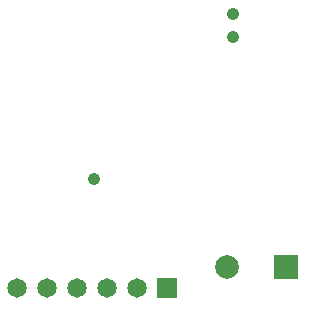
<source format=gbs>
%FSLAX33Y33*%
%MOMM*%
%AMRect-W2000000-H2000000-RO1.000*
21,1,2.,2.,0.,0.,180*%
%AMRect-W1650000-H1650000-RO0.500*
21,1,1.65,1.65,0.,0.,270*%
%ADD10C,1.0668*%
%ADD11C,2.*%
%ADD12Rect-W2000000-H2000000-RO1.000*%
%ADD13C,1.65*%
%ADD14Rect-W1650000-H1650000-RO0.500*%
D10*
%LNbottom solder mask_traces*%
G01*
X20752Y27024D03*
X20752Y29024D03*
X9000Y15024D03*
%LNbottom solder mask component b36f02837b6dd331*%
D11*
X20215Y7595D03*
D12*
X25215Y7595D03*
%LNbottom solder mask component 9df862e34fc6b5e4*%
D13*
X12610Y5800D03*
X10070Y5800D03*
X7530Y5800D03*
X4990Y5800D03*
X2450Y5800D03*
D14*
X15150Y5800D03*
M02*
</source>
